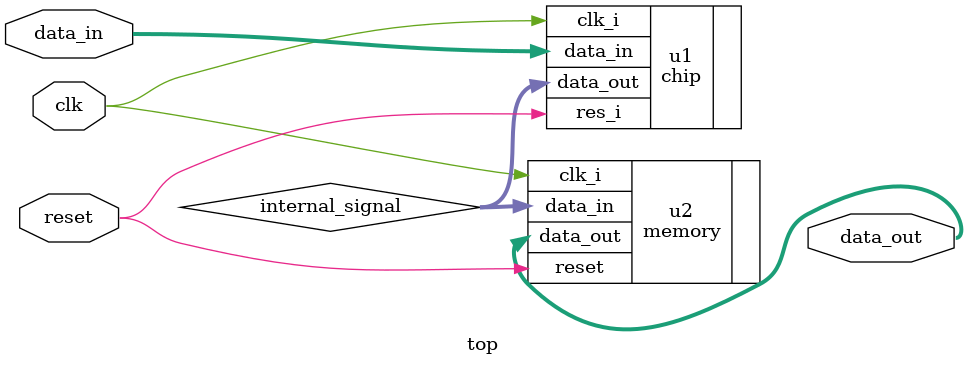
<source format=v>
module top (
    input wire clk,
    input wire reset,
    input wire [7:0] data_in,
    output wire [7:0] data_out
);

    // Internal signals
    wire [7:0] internal_signal;

    // Instantiate sub-modules
    chip u1 (
        .clk_i(clk),
        .res_i(reset),
        .data_in(data_in),
        .data_out(internal_signal)
    );

    memory u2 (
        .clk_i(clk),
        .reset(reset),
        .data_in(internal_signal),
        .data_out(data_out)
    );

endmodule
</source>
